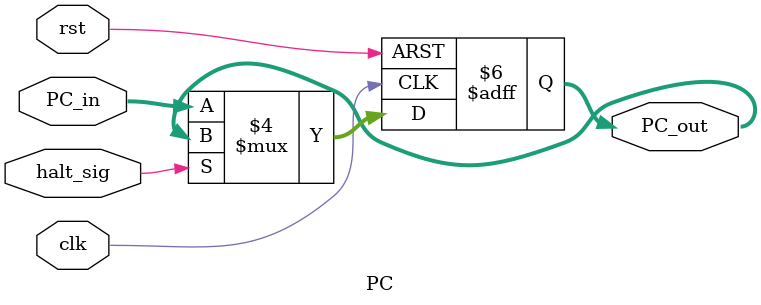
<source format=v>
module PC(input [15:0] PC_in, input halt_sig, clk, rst, output reg [15:0] PC_out);

	always@(posedge clk, negedge rst) begin

		if(!rst)
			PC_out <= 0;
		
		else begin
		
			if(!halt_sig)
				PC_out <= PC_in;

		end

	end

/*	always@(*) begin

		if(!halt_sig)
			PC_out = PC_in;

	end*/

endmodule

</source>
